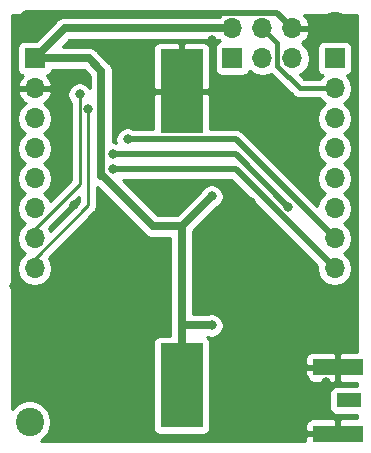
<source format=gbl>
%TF.GenerationSoftware,KiCad,Pcbnew,(5.1.10)-1*%
%TF.CreationDate,2021-12-27T13:21:27+01:00*%
%TF.ProjectId,LORA_ATTINY_v3,4c4f5241-5f41-4545-9449-4e595f76332e,rev?*%
%TF.SameCoordinates,Original*%
%TF.FileFunction,Copper,L2,Bot*%
%TF.FilePolarity,Positive*%
%FSLAX46Y46*%
G04 Gerber Fmt 4.6, Leading zero omitted, Abs format (unit mm)*
G04 Created by KiCad (PCBNEW (5.1.10)-1) date 2021-12-27 13:21:27*
%MOMM*%
%LPD*%
G01*
G04 APERTURE LIST*
%TA.AperFunction,SMDPad,CuDef*%
%ADD10R,4.200000X1.350000*%
%TD*%
%TA.AperFunction,ComponentPad*%
%ADD11R,2.100000X1.200000*%
%TD*%
%TA.AperFunction,SMDPad,CuDef*%
%ADD12R,3.600000X7.100000*%
%TD*%
%TA.AperFunction,ComponentPad*%
%ADD13R,1.700000X1.700000*%
%TD*%
%TA.AperFunction,ComponentPad*%
%ADD14O,1.700000X1.700000*%
%TD*%
%TA.AperFunction,ViaPad*%
%ADD15C,2.400000*%
%TD*%
%TA.AperFunction,ViaPad*%
%ADD16C,0.800000*%
%TD*%
%TA.AperFunction,Conductor*%
%ADD17C,0.500000*%
%TD*%
%TA.AperFunction,Conductor*%
%ADD18C,0.250000*%
%TD*%
%TA.AperFunction,Conductor*%
%ADD19C,0.700000*%
%TD*%
%TA.AperFunction,Conductor*%
%ADD20C,0.400000*%
%TD*%
%TA.AperFunction,Conductor*%
%ADD21C,0.254000*%
%TD*%
%TA.AperFunction,Conductor*%
%ADD22C,0.100000*%
%TD*%
G04 APERTURE END LIST*
D10*
%TO.P,ANT1,2*%
%TO.N,GND*%
X84074000Y-77501000D03*
X84074000Y-71851000D03*
D11*
%TO.P,ANT1,1*%
%TO.N,Net-(ANT1-Pad1)*%
X85064600Y-74676000D03*
%TD*%
D12*
%TO.P,BAT1,2*%
%TO.N,GND*%
X70866000Y-48514000D03*
%TO.P,BAT1,1*%
%TO.N,+3V3*%
X70866000Y-73406000D03*
%TD*%
D13*
%TO.P,J1,1*%
%TO.N,+3V3*%
X58420000Y-45720000D03*
D14*
%TO.P,J1,2*%
%TO.N,GND*%
X58420000Y-48260000D03*
%TO.P,J1,3*%
%TO.N,PB0*%
X58420000Y-50800000D03*
%TO.P,J1,4*%
%TO.N,PB1*%
X58420000Y-53340000D03*
%TO.P,J1,5*%
%TO.N,PC0*%
X58420000Y-55880000D03*
%TO.P,J1,6*%
%TO.N,PC1*%
X58420000Y-58420000D03*
%TO.P,J1,7*%
%TO.N,PC2*%
X58420000Y-60960000D03*
%TO.P,J1,8*%
%TO.N,PC3*%
X58420000Y-63500000D03*
%TD*%
%TO.P,J2,8*%
%TO.N,SCK*%
X83820000Y-63500000D03*
%TO.P,J2,7*%
%TO.N,MOSI*%
X83820000Y-60960000D03*
%TO.P,J2,6*%
%TO.N,MISO*%
X83820000Y-58420000D03*
%TO.P,J2,5*%
%TO.N,PA7*%
X83820000Y-55880000D03*
%TO.P,J2,4*%
%TO.N,PB5*%
X83820000Y-53340000D03*
%TO.P,J2,3*%
%TO.N,PB4*%
X83820000Y-50800000D03*
%TO.P,J2,2*%
%TO.N,PB3*%
X83820000Y-48260000D03*
D13*
%TO.P,J2,1*%
%TO.N,PB2*%
X83820000Y-45720000D03*
%TD*%
%TO.P,UPDI,1*%
%TO.N,RST*%
X75170000Y-45720000D03*
D14*
%TO.P,UPDI,2*%
%TO.N,+3V3*%
X75170000Y-43180000D03*
%TO.P,UPDI,3*%
%TO.N,Net-(PRG1-Pad3)*%
X77710000Y-45720000D03*
%TO.P,UPDI,4*%
%TO.N,PB3*%
X77710000Y-43180000D03*
%TO.P,UPDI,5*%
%TO.N,PB2*%
X80250000Y-45720000D03*
%TO.P,UPDI,6*%
%TO.N,GND*%
X80250000Y-43180000D03*
%TD*%
D15*
%TO.N,*%
X58000000Y-76500000D03*
%TO.N,GND*%
X83820000Y-42950000D03*
D16*
X80518000Y-73914000D03*
X81280000Y-72898000D03*
X80772000Y-77724000D03*
X79502000Y-77724000D03*
X78232000Y-77724000D03*
X76962000Y-77724000D03*
X76200000Y-76962000D03*
X76200000Y-75946000D03*
X76200000Y-74930000D03*
X83058000Y-73152000D03*
X82804000Y-77724000D03*
X85090000Y-70358000D03*
X76200000Y-73914000D03*
X62484000Y-60452000D03*
X56896000Y-42672000D03*
X68072000Y-48514000D03*
X56642000Y-65024000D03*
X66294000Y-68326000D03*
X65532000Y-45720000D03*
X74422000Y-64008000D03*
X65278000Y-71882000D03*
X76708000Y-57912000D03*
X81534000Y-49784000D03*
X80518000Y-51308000D03*
X61722000Y-58166000D03*
X73406000Y-44196000D03*
%TO.N,+3V3*%
X73406000Y-68326000D03*
X73406000Y-57404000D03*
%TO.N,PC2*%
X62230000Y-48768000D03*
%TO.N,PC3*%
X62955000Y-50038000D03*
%TO.N,SCK*%
X65024000Y-55118000D03*
%TO.N,MOSI*%
X66294000Y-52578000D03*
%TO.N,MISO*%
X79883000Y-58293000D03*
X65024000Y-53848000D03*
%TD*%
D17*
%TO.N,GND*%
X78949999Y-41879999D02*
X80250000Y-43180000D01*
X57688001Y-41879999D02*
X78949999Y-41879999D01*
X56896000Y-42672000D02*
X57688001Y-41879999D01*
D18*
%TO.N,+3V3*%
X69342000Y-71882000D02*
X70866000Y-73406000D01*
X70866000Y-73406000D02*
X71787001Y-72484999D01*
D19*
X73406000Y-68326000D02*
X70866000Y-68326000D01*
X70866000Y-68326000D02*
X70866000Y-62484000D01*
X70866000Y-73406000D02*
X70866000Y-68326000D01*
X60960000Y-43180000D02*
X58420000Y-45720000D01*
X74930000Y-43180000D02*
X60960000Y-43180000D01*
X64073999Y-46801999D02*
X62992000Y-45720000D01*
X64073999Y-55691999D02*
X64073999Y-46801999D01*
X70866000Y-59944000D02*
X73406000Y-57404000D01*
X70866000Y-62484000D02*
X70866000Y-59944000D01*
X64191997Y-55691999D02*
X64073999Y-55691999D01*
X68443998Y-59944000D02*
X64191997Y-55691999D01*
X70866000Y-59944000D02*
X68443998Y-59944000D01*
D18*
X59944000Y-45720000D02*
X60198000Y-45466000D01*
D19*
X62992000Y-45720000D02*
X59944000Y-45720000D01*
X59944000Y-45720000D02*
X58420000Y-45720000D01*
D18*
%TO.N,PC2*%
X58420000Y-60159002D02*
X58420000Y-60960000D01*
X62230000Y-56349002D02*
X58420000Y-60159002D01*
X62230000Y-48768000D02*
X62230000Y-56349002D01*
%TO.N,PC3*%
X58420000Y-62699002D02*
X58420000Y-63500000D01*
X62955000Y-58164002D02*
X58420000Y-62699002D01*
X62955000Y-50038000D02*
X62955000Y-58164002D01*
D17*
%TO.N,SCK*%
X75438000Y-55118000D02*
X83820000Y-63500000D01*
X65024000Y-55118000D02*
X75438000Y-55118000D01*
%TO.N,MOSI*%
X75438000Y-52578000D02*
X83820000Y-60960000D01*
X66294000Y-52578000D02*
X75438000Y-52578000D01*
%TO.N,MISO*%
X75438000Y-53848000D02*
X79883000Y-58293000D01*
X65024000Y-53848000D02*
X75438000Y-53848000D01*
D18*
%TO.N,PB3*%
X77470000Y-42951400D02*
X77851000Y-42570400D01*
D20*
X78960001Y-44430001D02*
X77710000Y-43180000D01*
X78960001Y-46320001D02*
X78960001Y-44430001D01*
X80900000Y-48260000D02*
X78960001Y-46320001D01*
X83820000Y-48260000D02*
X80900000Y-48260000D01*
%TD*%
D21*
%TO.N,GND*%
X74054893Y-42195000D02*
X61008377Y-42195000D01*
X60959999Y-42190235D01*
X60911621Y-42195000D01*
X60911620Y-42195000D01*
X60766906Y-42209253D01*
X60581233Y-42265576D01*
X60410116Y-42357040D01*
X60260130Y-42480130D01*
X60229284Y-42517716D01*
X58515072Y-44231928D01*
X57570000Y-44231928D01*
X57445518Y-44244188D01*
X57325820Y-44280498D01*
X57215506Y-44339463D01*
X57118815Y-44418815D01*
X57039463Y-44515506D01*
X56980498Y-44625820D01*
X56944188Y-44745518D01*
X56931928Y-44870000D01*
X56931928Y-46570000D01*
X56944188Y-46694482D01*
X56980498Y-46814180D01*
X57039463Y-46924494D01*
X57118815Y-47021185D01*
X57215506Y-47100537D01*
X57325820Y-47159502D01*
X57406466Y-47183966D01*
X57322412Y-47259731D01*
X57148359Y-47493080D01*
X57023175Y-47755901D01*
X56978524Y-47903110D01*
X57099845Y-48133000D01*
X58293000Y-48133000D01*
X58293000Y-48113000D01*
X58547000Y-48113000D01*
X58547000Y-48133000D01*
X59740155Y-48133000D01*
X59861476Y-47903110D01*
X59816825Y-47755901D01*
X59691641Y-47493080D01*
X59517588Y-47259731D01*
X59433534Y-47183966D01*
X59514180Y-47159502D01*
X59624494Y-47100537D01*
X59721185Y-47021185D01*
X59800537Y-46924494D01*
X59859502Y-46814180D01*
X59892621Y-46705000D01*
X62584000Y-46705000D01*
X63089000Y-47210001D01*
X63089000Y-48190634D01*
X63033937Y-48108226D01*
X62889774Y-47964063D01*
X62720256Y-47850795D01*
X62531898Y-47772774D01*
X62331939Y-47733000D01*
X62128061Y-47733000D01*
X61928102Y-47772774D01*
X61739744Y-47850795D01*
X61570226Y-47964063D01*
X61426063Y-48108226D01*
X61312795Y-48277744D01*
X61234774Y-48466102D01*
X61195000Y-48666061D01*
X61195000Y-48869939D01*
X61234774Y-49069898D01*
X61312795Y-49258256D01*
X61426063Y-49427774D01*
X61470000Y-49471711D01*
X61470001Y-56034199D01*
X59751110Y-57753091D01*
X59735990Y-57716589D01*
X59573475Y-57473368D01*
X59366632Y-57266525D01*
X59192240Y-57150000D01*
X59366632Y-57033475D01*
X59573475Y-56826632D01*
X59735990Y-56583411D01*
X59847932Y-56313158D01*
X59905000Y-56026260D01*
X59905000Y-55733740D01*
X59847932Y-55446842D01*
X59735990Y-55176589D01*
X59573475Y-54933368D01*
X59366632Y-54726525D01*
X59192240Y-54610000D01*
X59366632Y-54493475D01*
X59573475Y-54286632D01*
X59735990Y-54043411D01*
X59847932Y-53773158D01*
X59905000Y-53486260D01*
X59905000Y-53193740D01*
X59847932Y-52906842D01*
X59735990Y-52636589D01*
X59573475Y-52393368D01*
X59366632Y-52186525D01*
X59192240Y-52070000D01*
X59366632Y-51953475D01*
X59573475Y-51746632D01*
X59735990Y-51503411D01*
X59847932Y-51233158D01*
X59905000Y-50946260D01*
X59905000Y-50653740D01*
X59847932Y-50366842D01*
X59735990Y-50096589D01*
X59573475Y-49853368D01*
X59366632Y-49646525D01*
X59184466Y-49524805D01*
X59301355Y-49455178D01*
X59517588Y-49260269D01*
X59691641Y-49026920D01*
X59816825Y-48764099D01*
X59861476Y-48616890D01*
X59740155Y-48387000D01*
X58547000Y-48387000D01*
X58547000Y-48407000D01*
X58293000Y-48407000D01*
X58293000Y-48387000D01*
X57099845Y-48387000D01*
X56978524Y-48616890D01*
X57023175Y-48764099D01*
X57148359Y-49026920D01*
X57322412Y-49260269D01*
X57538645Y-49455178D01*
X57655534Y-49524805D01*
X57473368Y-49646525D01*
X57266525Y-49853368D01*
X57104010Y-50096589D01*
X56992068Y-50366842D01*
X56935000Y-50653740D01*
X56935000Y-50946260D01*
X56992068Y-51233158D01*
X57104010Y-51503411D01*
X57266525Y-51746632D01*
X57473368Y-51953475D01*
X57647760Y-52070000D01*
X57473368Y-52186525D01*
X57266525Y-52393368D01*
X57104010Y-52636589D01*
X56992068Y-52906842D01*
X56935000Y-53193740D01*
X56935000Y-53486260D01*
X56992068Y-53773158D01*
X57104010Y-54043411D01*
X57266525Y-54286632D01*
X57473368Y-54493475D01*
X57647760Y-54610000D01*
X57473368Y-54726525D01*
X57266525Y-54933368D01*
X57104010Y-55176589D01*
X56992068Y-55446842D01*
X56935000Y-55733740D01*
X56935000Y-56026260D01*
X56992068Y-56313158D01*
X57104010Y-56583411D01*
X57266525Y-56826632D01*
X57473368Y-57033475D01*
X57647760Y-57150000D01*
X57473368Y-57266525D01*
X57266525Y-57473368D01*
X57104010Y-57716589D01*
X56992068Y-57986842D01*
X56935000Y-58273740D01*
X56935000Y-58566260D01*
X56992068Y-58853158D01*
X57104010Y-59123411D01*
X57266525Y-59366632D01*
X57473368Y-59573475D01*
X57647760Y-59690000D01*
X57473368Y-59806525D01*
X57266525Y-60013368D01*
X57104010Y-60256589D01*
X56992068Y-60526842D01*
X56935000Y-60813740D01*
X56935000Y-61106260D01*
X56992068Y-61393158D01*
X57104010Y-61663411D01*
X57266525Y-61906632D01*
X57473368Y-62113475D01*
X57647760Y-62230000D01*
X57473368Y-62346525D01*
X57266525Y-62553368D01*
X57104010Y-62796589D01*
X56992068Y-63066842D01*
X56935000Y-63353740D01*
X56935000Y-63646260D01*
X56992068Y-63933158D01*
X57104010Y-64203411D01*
X57266525Y-64446632D01*
X57473368Y-64653475D01*
X57716589Y-64815990D01*
X57986842Y-64927932D01*
X58273740Y-64985000D01*
X58566260Y-64985000D01*
X58853158Y-64927932D01*
X59123411Y-64815990D01*
X59366632Y-64653475D01*
X59573475Y-64446632D01*
X59735990Y-64203411D01*
X59847932Y-63933158D01*
X59905000Y-63646260D01*
X59905000Y-63353740D01*
X59847932Y-63066842D01*
X59735990Y-62796589D01*
X59600295Y-62593508D01*
X63466003Y-58727801D01*
X63495001Y-58704003D01*
X63589974Y-58588278D01*
X63660546Y-58456249D01*
X63704003Y-58312988D01*
X63715000Y-58201335D01*
X63718677Y-58164002D01*
X63715000Y-58126669D01*
X63715000Y-56612420D01*
X63721341Y-56614343D01*
X67713282Y-60606284D01*
X67744128Y-60643870D01*
X67894114Y-60766960D01*
X68065231Y-60858424D01*
X68250904Y-60914747D01*
X68395618Y-60929000D01*
X68395619Y-60929000D01*
X68443997Y-60933765D01*
X68492375Y-60929000D01*
X69881001Y-60929000D01*
X69881000Y-62532379D01*
X69881001Y-62532389D01*
X69881000Y-68277620D01*
X69876235Y-68326000D01*
X69881001Y-68374390D01*
X69881001Y-69217928D01*
X69066000Y-69217928D01*
X68941518Y-69230188D01*
X68821820Y-69266498D01*
X68711506Y-69325463D01*
X68614815Y-69404815D01*
X68535463Y-69501506D01*
X68476498Y-69611820D01*
X68440188Y-69731518D01*
X68427928Y-69856000D01*
X68427928Y-76956000D01*
X68440188Y-77080482D01*
X68476498Y-77200180D01*
X68535463Y-77310494D01*
X68614815Y-77407185D01*
X68711506Y-77486537D01*
X68821820Y-77545502D01*
X68941518Y-77581812D01*
X69066000Y-77594072D01*
X72666000Y-77594072D01*
X72790482Y-77581812D01*
X72910180Y-77545502D01*
X73020494Y-77486537D01*
X73117185Y-77407185D01*
X73196537Y-77310494D01*
X73255502Y-77200180D01*
X73291812Y-77080482D01*
X73304072Y-76956000D01*
X73304072Y-76826000D01*
X81335928Y-76826000D01*
X81339000Y-77215250D01*
X81497750Y-77374000D01*
X83947000Y-77374000D01*
X83947000Y-76349750D01*
X83788250Y-76191000D01*
X81974000Y-76187928D01*
X81849518Y-76200188D01*
X81729820Y-76236498D01*
X81619506Y-76295463D01*
X81522815Y-76374815D01*
X81443463Y-76471506D01*
X81384498Y-76581820D01*
X81348188Y-76701518D01*
X81335928Y-76826000D01*
X73304072Y-76826000D01*
X73304072Y-72526000D01*
X81335928Y-72526000D01*
X81348188Y-72650482D01*
X81384498Y-72770180D01*
X81443463Y-72880494D01*
X81522815Y-72977185D01*
X81619506Y-73056537D01*
X81729820Y-73115502D01*
X81849518Y-73151812D01*
X81974000Y-73164072D01*
X83788250Y-73161000D01*
X83947000Y-73002250D01*
X83947000Y-71978000D01*
X81497750Y-71978000D01*
X81339000Y-72136750D01*
X81335928Y-72526000D01*
X73304072Y-72526000D01*
X73304072Y-71176000D01*
X81335928Y-71176000D01*
X81339000Y-71565250D01*
X81497750Y-71724000D01*
X83947000Y-71724000D01*
X83947000Y-70699750D01*
X83788250Y-70541000D01*
X81974000Y-70537928D01*
X81849518Y-70550188D01*
X81729820Y-70586498D01*
X81619506Y-70645463D01*
X81522815Y-70724815D01*
X81443463Y-70821506D01*
X81384498Y-70931820D01*
X81348188Y-71051518D01*
X81335928Y-71176000D01*
X73304072Y-71176000D01*
X73304072Y-69856000D01*
X73291812Y-69731518D01*
X73255502Y-69611820D01*
X73196537Y-69501506D01*
X73117185Y-69404815D01*
X73020494Y-69325463D01*
X72993436Y-69311000D01*
X73079414Y-69311000D01*
X73104102Y-69321226D01*
X73304061Y-69361000D01*
X73507939Y-69361000D01*
X73707898Y-69321226D01*
X73896256Y-69243205D01*
X74065774Y-69129937D01*
X74209937Y-68985774D01*
X74323205Y-68816256D01*
X74401226Y-68627898D01*
X74441000Y-68427939D01*
X74441000Y-68224061D01*
X74401226Y-68024102D01*
X74323205Y-67835744D01*
X74209937Y-67666226D01*
X74065774Y-67522063D01*
X73896256Y-67408795D01*
X73707898Y-67330774D01*
X73507939Y-67291000D01*
X73304061Y-67291000D01*
X73104102Y-67330774D01*
X73079414Y-67341000D01*
X71851000Y-67341000D01*
X71851000Y-60352000D01*
X73871569Y-58331431D01*
X73896256Y-58321205D01*
X74065774Y-58207937D01*
X74209937Y-58063774D01*
X74323205Y-57894256D01*
X74401226Y-57705898D01*
X74441000Y-57505939D01*
X74441000Y-57302061D01*
X74401226Y-57102102D01*
X74323205Y-56913744D01*
X74209937Y-56744226D01*
X74065774Y-56600063D01*
X73896256Y-56486795D01*
X73707898Y-56408774D01*
X73507939Y-56369000D01*
X73304061Y-56369000D01*
X73104102Y-56408774D01*
X72915744Y-56486795D01*
X72746226Y-56600063D01*
X72602063Y-56744226D01*
X72488795Y-56913744D01*
X72478569Y-56938431D01*
X70458000Y-58959000D01*
X68851998Y-58959000D01*
X65895998Y-56003000D01*
X75071422Y-56003000D01*
X82349461Y-63281040D01*
X82335000Y-63353740D01*
X82335000Y-63646260D01*
X82392068Y-63933158D01*
X82504010Y-64203411D01*
X82666525Y-64446632D01*
X82873368Y-64653475D01*
X83116589Y-64815990D01*
X83386842Y-64927932D01*
X83673740Y-64985000D01*
X83966260Y-64985000D01*
X84253158Y-64927932D01*
X84523411Y-64815990D01*
X84766632Y-64653475D01*
X84973475Y-64446632D01*
X85135990Y-64203411D01*
X85247932Y-63933158D01*
X85305000Y-63646260D01*
X85305000Y-63353740D01*
X85247932Y-63066842D01*
X85135990Y-62796589D01*
X84973475Y-62553368D01*
X84766632Y-62346525D01*
X84592240Y-62230000D01*
X84766632Y-62113475D01*
X84973475Y-61906632D01*
X85135990Y-61663411D01*
X85247932Y-61393158D01*
X85305000Y-61106260D01*
X85305000Y-60813740D01*
X85247932Y-60526842D01*
X85135990Y-60256589D01*
X84973475Y-60013368D01*
X84766632Y-59806525D01*
X84592240Y-59690000D01*
X84766632Y-59573475D01*
X84973475Y-59366632D01*
X85135990Y-59123411D01*
X85247932Y-58853158D01*
X85305000Y-58566260D01*
X85305000Y-58273740D01*
X85247932Y-57986842D01*
X85135990Y-57716589D01*
X84973475Y-57473368D01*
X84766632Y-57266525D01*
X84592240Y-57150000D01*
X84766632Y-57033475D01*
X84973475Y-56826632D01*
X85135990Y-56583411D01*
X85247932Y-56313158D01*
X85305000Y-56026260D01*
X85305000Y-55733740D01*
X85247932Y-55446842D01*
X85135990Y-55176589D01*
X84973475Y-54933368D01*
X84766632Y-54726525D01*
X84592240Y-54610000D01*
X84766632Y-54493475D01*
X84973475Y-54286632D01*
X85135990Y-54043411D01*
X85247932Y-53773158D01*
X85305000Y-53486260D01*
X85305000Y-53193740D01*
X85247932Y-52906842D01*
X85135990Y-52636589D01*
X84973475Y-52393368D01*
X84766632Y-52186525D01*
X84592240Y-52070000D01*
X84766632Y-51953475D01*
X84973475Y-51746632D01*
X85135990Y-51503411D01*
X85247932Y-51233158D01*
X85305000Y-50946260D01*
X85305000Y-50653740D01*
X85247932Y-50366842D01*
X85135990Y-50096589D01*
X84973475Y-49853368D01*
X84766632Y-49646525D01*
X84592240Y-49530000D01*
X84766632Y-49413475D01*
X84973475Y-49206632D01*
X85135990Y-48963411D01*
X85247932Y-48693158D01*
X85305000Y-48406260D01*
X85305000Y-48113740D01*
X85247932Y-47826842D01*
X85135990Y-47556589D01*
X84973475Y-47313368D01*
X84841620Y-47181513D01*
X84914180Y-47159502D01*
X85024494Y-47100537D01*
X85121185Y-47021185D01*
X85200537Y-46924494D01*
X85259502Y-46814180D01*
X85295812Y-46694482D01*
X85308072Y-46570000D01*
X85308072Y-44870000D01*
X85295812Y-44745518D01*
X85259502Y-44625820D01*
X85200537Y-44515506D01*
X85121185Y-44418815D01*
X85024494Y-44339463D01*
X84914180Y-44280498D01*
X84794482Y-44244188D01*
X84670000Y-44231928D01*
X82970000Y-44231928D01*
X82845518Y-44244188D01*
X82725820Y-44280498D01*
X82615506Y-44339463D01*
X82518815Y-44418815D01*
X82439463Y-44515506D01*
X82380498Y-44625820D01*
X82344188Y-44745518D01*
X82331928Y-44870000D01*
X82331928Y-46570000D01*
X82344188Y-46694482D01*
X82380498Y-46814180D01*
X82439463Y-46924494D01*
X82518815Y-47021185D01*
X82615506Y-47100537D01*
X82725820Y-47159502D01*
X82798380Y-47181513D01*
X82666525Y-47313368D01*
X82591935Y-47425000D01*
X81245869Y-47425000D01*
X80885138Y-47064270D01*
X80953411Y-47035990D01*
X81196632Y-46873475D01*
X81403475Y-46666632D01*
X81565990Y-46423411D01*
X81677932Y-46153158D01*
X81735000Y-45866260D01*
X81735000Y-45573740D01*
X81677932Y-45286842D01*
X81565990Y-45016589D01*
X81403475Y-44773368D01*
X81196632Y-44566525D01*
X81020594Y-44448900D01*
X81250269Y-44277588D01*
X81445178Y-44061355D01*
X81594157Y-43811252D01*
X81691481Y-43536891D01*
X81570814Y-43307000D01*
X80377000Y-43307000D01*
X80377000Y-43327000D01*
X80123000Y-43327000D01*
X80123000Y-43307000D01*
X80103000Y-43307000D01*
X80103000Y-43053000D01*
X80123000Y-43053000D01*
X80123000Y-43033000D01*
X80377000Y-43033000D01*
X80377000Y-43053000D01*
X81570814Y-43053000D01*
X81691481Y-42823109D01*
X81594157Y-42548748D01*
X81445178Y-42298645D01*
X81250269Y-42082412D01*
X81222903Y-42062000D01*
X85700001Y-42062000D01*
X85700000Y-43655581D01*
X85700000Y-43655582D01*
X85700001Y-70538731D01*
X84359750Y-70541000D01*
X84201000Y-70699750D01*
X84201000Y-71724000D01*
X84221000Y-71724000D01*
X84221000Y-71978000D01*
X84201000Y-71978000D01*
X84201000Y-73002250D01*
X84359750Y-73161000D01*
X85700001Y-73163269D01*
X85700001Y-73437928D01*
X84014600Y-73437928D01*
X83890118Y-73450188D01*
X83770420Y-73486498D01*
X83660106Y-73545463D01*
X83563415Y-73624815D01*
X83484063Y-73721506D01*
X83425098Y-73831820D01*
X83388788Y-73951518D01*
X83376528Y-74076000D01*
X83376528Y-75276000D01*
X83388788Y-75400482D01*
X83425098Y-75520180D01*
X83484063Y-75630494D01*
X83563415Y-75727185D01*
X83660106Y-75806537D01*
X83770420Y-75865502D01*
X83890118Y-75901812D01*
X84014600Y-75914072D01*
X85700001Y-75914072D01*
X85700001Y-76188731D01*
X84359750Y-76191000D01*
X84201000Y-76349750D01*
X84201000Y-77374000D01*
X84221000Y-77374000D01*
X84221000Y-77628000D01*
X84201000Y-77628000D01*
X84201000Y-77648000D01*
X83947000Y-77648000D01*
X83947000Y-77628000D01*
X81497750Y-77628000D01*
X81339000Y-77786750D01*
X81336686Y-78080000D01*
X58938276Y-78080000D01*
X59169744Y-77925338D01*
X59425338Y-77669744D01*
X59626156Y-77369199D01*
X59764482Y-77035250D01*
X59835000Y-76680732D01*
X59835000Y-76319268D01*
X59764482Y-75964750D01*
X59626156Y-75630801D01*
X59425338Y-75330256D01*
X59169744Y-75074662D01*
X58869199Y-74873844D01*
X58535250Y-74735518D01*
X58180732Y-74665000D01*
X57819268Y-74665000D01*
X57464750Y-74735518D01*
X57130801Y-74873844D01*
X56830256Y-75074662D01*
X56574662Y-75330256D01*
X56540000Y-75382131D01*
X56540000Y-42062000D01*
X74187893Y-42062000D01*
X74054893Y-42195000D01*
%TA.AperFunction,Conductor*%
D22*
G36*
X74054893Y-42195000D02*
G01*
X61008377Y-42195000D01*
X60959999Y-42190235D01*
X60911621Y-42195000D01*
X60911620Y-42195000D01*
X60766906Y-42209253D01*
X60581233Y-42265576D01*
X60410116Y-42357040D01*
X60260130Y-42480130D01*
X60229284Y-42517716D01*
X58515072Y-44231928D01*
X57570000Y-44231928D01*
X57445518Y-44244188D01*
X57325820Y-44280498D01*
X57215506Y-44339463D01*
X57118815Y-44418815D01*
X57039463Y-44515506D01*
X56980498Y-44625820D01*
X56944188Y-44745518D01*
X56931928Y-44870000D01*
X56931928Y-46570000D01*
X56944188Y-46694482D01*
X56980498Y-46814180D01*
X57039463Y-46924494D01*
X57118815Y-47021185D01*
X57215506Y-47100537D01*
X57325820Y-47159502D01*
X57406466Y-47183966D01*
X57322412Y-47259731D01*
X57148359Y-47493080D01*
X57023175Y-47755901D01*
X56978524Y-47903110D01*
X57099845Y-48133000D01*
X58293000Y-48133000D01*
X58293000Y-48113000D01*
X58547000Y-48113000D01*
X58547000Y-48133000D01*
X59740155Y-48133000D01*
X59861476Y-47903110D01*
X59816825Y-47755901D01*
X59691641Y-47493080D01*
X59517588Y-47259731D01*
X59433534Y-47183966D01*
X59514180Y-47159502D01*
X59624494Y-47100537D01*
X59721185Y-47021185D01*
X59800537Y-46924494D01*
X59859502Y-46814180D01*
X59892621Y-46705000D01*
X62584000Y-46705000D01*
X63089000Y-47210001D01*
X63089000Y-48190634D01*
X63033937Y-48108226D01*
X62889774Y-47964063D01*
X62720256Y-47850795D01*
X62531898Y-47772774D01*
X62331939Y-47733000D01*
X62128061Y-47733000D01*
X61928102Y-47772774D01*
X61739744Y-47850795D01*
X61570226Y-47964063D01*
X61426063Y-48108226D01*
X61312795Y-48277744D01*
X61234774Y-48466102D01*
X61195000Y-48666061D01*
X61195000Y-48869939D01*
X61234774Y-49069898D01*
X61312795Y-49258256D01*
X61426063Y-49427774D01*
X61470000Y-49471711D01*
X61470001Y-56034199D01*
X59751110Y-57753091D01*
X59735990Y-57716589D01*
X59573475Y-57473368D01*
X59366632Y-57266525D01*
X59192240Y-57150000D01*
X59366632Y-57033475D01*
X59573475Y-56826632D01*
X59735990Y-56583411D01*
X59847932Y-56313158D01*
X59905000Y-56026260D01*
X59905000Y-55733740D01*
X59847932Y-55446842D01*
X59735990Y-55176589D01*
X59573475Y-54933368D01*
X59366632Y-54726525D01*
X59192240Y-54610000D01*
X59366632Y-54493475D01*
X59573475Y-54286632D01*
X59735990Y-54043411D01*
X59847932Y-53773158D01*
X59905000Y-53486260D01*
X59905000Y-53193740D01*
X59847932Y-52906842D01*
X59735990Y-52636589D01*
X59573475Y-52393368D01*
X59366632Y-52186525D01*
X59192240Y-52070000D01*
X59366632Y-51953475D01*
X59573475Y-51746632D01*
X59735990Y-51503411D01*
X59847932Y-51233158D01*
X59905000Y-50946260D01*
X59905000Y-50653740D01*
X59847932Y-50366842D01*
X59735990Y-50096589D01*
X59573475Y-49853368D01*
X59366632Y-49646525D01*
X59184466Y-49524805D01*
X59301355Y-49455178D01*
X59517588Y-49260269D01*
X59691641Y-49026920D01*
X59816825Y-48764099D01*
X59861476Y-48616890D01*
X59740155Y-48387000D01*
X58547000Y-48387000D01*
X58547000Y-48407000D01*
X58293000Y-48407000D01*
X58293000Y-48387000D01*
X57099845Y-48387000D01*
X56978524Y-48616890D01*
X57023175Y-48764099D01*
X57148359Y-49026920D01*
X57322412Y-49260269D01*
X57538645Y-49455178D01*
X57655534Y-49524805D01*
X57473368Y-49646525D01*
X57266525Y-49853368D01*
X57104010Y-50096589D01*
X56992068Y-50366842D01*
X56935000Y-50653740D01*
X56935000Y-50946260D01*
X56992068Y-51233158D01*
X57104010Y-51503411D01*
X57266525Y-51746632D01*
X57473368Y-51953475D01*
X57647760Y-52070000D01*
X57473368Y-52186525D01*
X57266525Y-52393368D01*
X57104010Y-52636589D01*
X56992068Y-52906842D01*
X56935000Y-53193740D01*
X56935000Y-53486260D01*
X56992068Y-53773158D01*
X57104010Y-54043411D01*
X57266525Y-54286632D01*
X57473368Y-54493475D01*
X57647760Y-54610000D01*
X57473368Y-54726525D01*
X57266525Y-54933368D01*
X57104010Y-55176589D01*
X56992068Y-55446842D01*
X56935000Y-55733740D01*
X56935000Y-56026260D01*
X56992068Y-56313158D01*
X57104010Y-56583411D01*
X57266525Y-56826632D01*
X57473368Y-57033475D01*
X57647760Y-57150000D01*
X57473368Y-57266525D01*
X57266525Y-57473368D01*
X57104010Y-57716589D01*
X56992068Y-57986842D01*
X56935000Y-58273740D01*
X56935000Y-58566260D01*
X56992068Y-58853158D01*
X57104010Y-59123411D01*
X57266525Y-59366632D01*
X57473368Y-59573475D01*
X57647760Y-59690000D01*
X57473368Y-59806525D01*
X57266525Y-60013368D01*
X57104010Y-60256589D01*
X56992068Y-60526842D01*
X56935000Y-60813740D01*
X56935000Y-61106260D01*
X56992068Y-61393158D01*
X57104010Y-61663411D01*
X57266525Y-61906632D01*
X57473368Y-62113475D01*
X57647760Y-62230000D01*
X57473368Y-62346525D01*
X57266525Y-62553368D01*
X57104010Y-62796589D01*
X56992068Y-63066842D01*
X56935000Y-63353740D01*
X56935000Y-63646260D01*
X56992068Y-63933158D01*
X57104010Y-64203411D01*
X57266525Y-64446632D01*
X57473368Y-64653475D01*
X57716589Y-64815990D01*
X57986842Y-64927932D01*
X58273740Y-64985000D01*
X58566260Y-64985000D01*
X58853158Y-64927932D01*
X59123411Y-64815990D01*
X59366632Y-64653475D01*
X59573475Y-64446632D01*
X59735990Y-64203411D01*
X59847932Y-63933158D01*
X59905000Y-63646260D01*
X59905000Y-63353740D01*
X59847932Y-63066842D01*
X59735990Y-62796589D01*
X59600295Y-62593508D01*
X63466003Y-58727801D01*
X63495001Y-58704003D01*
X63589974Y-58588278D01*
X63660546Y-58456249D01*
X63704003Y-58312988D01*
X63715000Y-58201335D01*
X63718677Y-58164002D01*
X63715000Y-58126669D01*
X63715000Y-56612420D01*
X63721341Y-56614343D01*
X67713282Y-60606284D01*
X67744128Y-60643870D01*
X67894114Y-60766960D01*
X68065231Y-60858424D01*
X68250904Y-60914747D01*
X68395618Y-60929000D01*
X68395619Y-60929000D01*
X68443997Y-60933765D01*
X68492375Y-60929000D01*
X69881001Y-60929000D01*
X69881000Y-62532379D01*
X69881001Y-62532389D01*
X69881000Y-68277620D01*
X69876235Y-68326000D01*
X69881001Y-68374390D01*
X69881001Y-69217928D01*
X69066000Y-69217928D01*
X68941518Y-69230188D01*
X68821820Y-69266498D01*
X68711506Y-69325463D01*
X68614815Y-69404815D01*
X68535463Y-69501506D01*
X68476498Y-69611820D01*
X68440188Y-69731518D01*
X68427928Y-69856000D01*
X68427928Y-76956000D01*
X68440188Y-77080482D01*
X68476498Y-77200180D01*
X68535463Y-77310494D01*
X68614815Y-77407185D01*
X68711506Y-77486537D01*
X68821820Y-77545502D01*
X68941518Y-77581812D01*
X69066000Y-77594072D01*
X72666000Y-77594072D01*
X72790482Y-77581812D01*
X72910180Y-77545502D01*
X73020494Y-77486537D01*
X73117185Y-77407185D01*
X73196537Y-77310494D01*
X73255502Y-77200180D01*
X73291812Y-77080482D01*
X73304072Y-76956000D01*
X73304072Y-76826000D01*
X81335928Y-76826000D01*
X81339000Y-77215250D01*
X81497750Y-77374000D01*
X83947000Y-77374000D01*
X83947000Y-76349750D01*
X83788250Y-76191000D01*
X81974000Y-76187928D01*
X81849518Y-76200188D01*
X81729820Y-76236498D01*
X81619506Y-76295463D01*
X81522815Y-76374815D01*
X81443463Y-76471506D01*
X81384498Y-76581820D01*
X81348188Y-76701518D01*
X81335928Y-76826000D01*
X73304072Y-76826000D01*
X73304072Y-72526000D01*
X81335928Y-72526000D01*
X81348188Y-72650482D01*
X81384498Y-72770180D01*
X81443463Y-72880494D01*
X81522815Y-72977185D01*
X81619506Y-73056537D01*
X81729820Y-73115502D01*
X81849518Y-73151812D01*
X81974000Y-73164072D01*
X83788250Y-73161000D01*
X83947000Y-73002250D01*
X83947000Y-71978000D01*
X81497750Y-71978000D01*
X81339000Y-72136750D01*
X81335928Y-72526000D01*
X73304072Y-72526000D01*
X73304072Y-71176000D01*
X81335928Y-71176000D01*
X81339000Y-71565250D01*
X81497750Y-71724000D01*
X83947000Y-71724000D01*
X83947000Y-70699750D01*
X83788250Y-70541000D01*
X81974000Y-70537928D01*
X81849518Y-70550188D01*
X81729820Y-70586498D01*
X81619506Y-70645463D01*
X81522815Y-70724815D01*
X81443463Y-70821506D01*
X81384498Y-70931820D01*
X81348188Y-71051518D01*
X81335928Y-71176000D01*
X73304072Y-71176000D01*
X73304072Y-69856000D01*
X73291812Y-69731518D01*
X73255502Y-69611820D01*
X73196537Y-69501506D01*
X73117185Y-69404815D01*
X73020494Y-69325463D01*
X72993436Y-69311000D01*
X73079414Y-69311000D01*
X73104102Y-69321226D01*
X73304061Y-69361000D01*
X73507939Y-69361000D01*
X73707898Y-69321226D01*
X73896256Y-69243205D01*
X74065774Y-69129937D01*
X74209937Y-68985774D01*
X74323205Y-68816256D01*
X74401226Y-68627898D01*
X74441000Y-68427939D01*
X74441000Y-68224061D01*
X74401226Y-68024102D01*
X74323205Y-67835744D01*
X74209937Y-67666226D01*
X74065774Y-67522063D01*
X73896256Y-67408795D01*
X73707898Y-67330774D01*
X73507939Y-67291000D01*
X73304061Y-67291000D01*
X73104102Y-67330774D01*
X73079414Y-67341000D01*
X71851000Y-67341000D01*
X71851000Y-60352000D01*
X73871569Y-58331431D01*
X73896256Y-58321205D01*
X74065774Y-58207937D01*
X74209937Y-58063774D01*
X74323205Y-57894256D01*
X74401226Y-57705898D01*
X74441000Y-57505939D01*
X74441000Y-57302061D01*
X74401226Y-57102102D01*
X74323205Y-56913744D01*
X74209937Y-56744226D01*
X74065774Y-56600063D01*
X73896256Y-56486795D01*
X73707898Y-56408774D01*
X73507939Y-56369000D01*
X73304061Y-56369000D01*
X73104102Y-56408774D01*
X72915744Y-56486795D01*
X72746226Y-56600063D01*
X72602063Y-56744226D01*
X72488795Y-56913744D01*
X72478569Y-56938431D01*
X70458000Y-58959000D01*
X68851998Y-58959000D01*
X65895998Y-56003000D01*
X75071422Y-56003000D01*
X82349461Y-63281040D01*
X82335000Y-63353740D01*
X82335000Y-63646260D01*
X82392068Y-63933158D01*
X82504010Y-64203411D01*
X82666525Y-64446632D01*
X82873368Y-64653475D01*
X83116589Y-64815990D01*
X83386842Y-64927932D01*
X83673740Y-64985000D01*
X83966260Y-64985000D01*
X84253158Y-64927932D01*
X84523411Y-64815990D01*
X84766632Y-64653475D01*
X84973475Y-64446632D01*
X85135990Y-64203411D01*
X85247932Y-63933158D01*
X85305000Y-63646260D01*
X85305000Y-63353740D01*
X85247932Y-63066842D01*
X85135990Y-62796589D01*
X84973475Y-62553368D01*
X84766632Y-62346525D01*
X84592240Y-62230000D01*
X84766632Y-62113475D01*
X84973475Y-61906632D01*
X85135990Y-61663411D01*
X85247932Y-61393158D01*
X85305000Y-61106260D01*
X85305000Y-60813740D01*
X85247932Y-60526842D01*
X85135990Y-60256589D01*
X84973475Y-60013368D01*
X84766632Y-59806525D01*
X84592240Y-59690000D01*
X84766632Y-59573475D01*
X84973475Y-59366632D01*
X85135990Y-59123411D01*
X85247932Y-58853158D01*
X85305000Y-58566260D01*
X85305000Y-58273740D01*
X85247932Y-57986842D01*
X85135990Y-57716589D01*
X84973475Y-57473368D01*
X84766632Y-57266525D01*
X84592240Y-57150000D01*
X84766632Y-57033475D01*
X84973475Y-56826632D01*
X85135990Y-56583411D01*
X85247932Y-56313158D01*
X85305000Y-56026260D01*
X85305000Y-55733740D01*
X85247932Y-55446842D01*
X85135990Y-55176589D01*
X84973475Y-54933368D01*
X84766632Y-54726525D01*
X84592240Y-54610000D01*
X84766632Y-54493475D01*
X84973475Y-54286632D01*
X85135990Y-54043411D01*
X85247932Y-53773158D01*
X85305000Y-53486260D01*
X85305000Y-53193740D01*
X85247932Y-52906842D01*
X85135990Y-52636589D01*
X84973475Y-52393368D01*
X84766632Y-52186525D01*
X84592240Y-52070000D01*
X84766632Y-51953475D01*
X84973475Y-51746632D01*
X85135990Y-51503411D01*
X85247932Y-51233158D01*
X85305000Y-50946260D01*
X85305000Y-50653740D01*
X85247932Y-50366842D01*
X85135990Y-50096589D01*
X84973475Y-49853368D01*
X84766632Y-49646525D01*
X84592240Y-49530000D01*
X84766632Y-49413475D01*
X84973475Y-49206632D01*
X85135990Y-48963411D01*
X85247932Y-48693158D01*
X85305000Y-48406260D01*
X85305000Y-48113740D01*
X85247932Y-47826842D01*
X85135990Y-47556589D01*
X84973475Y-47313368D01*
X84841620Y-47181513D01*
X84914180Y-47159502D01*
X85024494Y-47100537D01*
X85121185Y-47021185D01*
X85200537Y-46924494D01*
X85259502Y-46814180D01*
X85295812Y-46694482D01*
X85308072Y-46570000D01*
X85308072Y-44870000D01*
X85295812Y-44745518D01*
X85259502Y-44625820D01*
X85200537Y-44515506D01*
X85121185Y-44418815D01*
X85024494Y-44339463D01*
X84914180Y-44280498D01*
X84794482Y-44244188D01*
X84670000Y-44231928D01*
X82970000Y-44231928D01*
X82845518Y-44244188D01*
X82725820Y-44280498D01*
X82615506Y-44339463D01*
X82518815Y-44418815D01*
X82439463Y-44515506D01*
X82380498Y-44625820D01*
X82344188Y-44745518D01*
X82331928Y-44870000D01*
X82331928Y-46570000D01*
X82344188Y-46694482D01*
X82380498Y-46814180D01*
X82439463Y-46924494D01*
X82518815Y-47021185D01*
X82615506Y-47100537D01*
X82725820Y-47159502D01*
X82798380Y-47181513D01*
X82666525Y-47313368D01*
X82591935Y-47425000D01*
X81245869Y-47425000D01*
X80885138Y-47064270D01*
X80953411Y-47035990D01*
X81196632Y-46873475D01*
X81403475Y-46666632D01*
X81565990Y-46423411D01*
X81677932Y-46153158D01*
X81735000Y-45866260D01*
X81735000Y-45573740D01*
X81677932Y-45286842D01*
X81565990Y-45016589D01*
X81403475Y-44773368D01*
X81196632Y-44566525D01*
X81020594Y-44448900D01*
X81250269Y-44277588D01*
X81445178Y-44061355D01*
X81594157Y-43811252D01*
X81691481Y-43536891D01*
X81570814Y-43307000D01*
X80377000Y-43307000D01*
X80377000Y-43327000D01*
X80123000Y-43327000D01*
X80123000Y-43307000D01*
X80103000Y-43307000D01*
X80103000Y-43053000D01*
X80123000Y-43053000D01*
X80123000Y-43033000D01*
X80377000Y-43033000D01*
X80377000Y-43053000D01*
X81570814Y-43053000D01*
X81691481Y-42823109D01*
X81594157Y-42548748D01*
X81445178Y-42298645D01*
X81250269Y-42082412D01*
X81222903Y-42062000D01*
X85700001Y-42062000D01*
X85700000Y-43655581D01*
X85700000Y-43655582D01*
X85700001Y-70538731D01*
X84359750Y-70541000D01*
X84201000Y-70699750D01*
X84201000Y-71724000D01*
X84221000Y-71724000D01*
X84221000Y-71978000D01*
X84201000Y-71978000D01*
X84201000Y-73002250D01*
X84359750Y-73161000D01*
X85700001Y-73163269D01*
X85700001Y-73437928D01*
X84014600Y-73437928D01*
X83890118Y-73450188D01*
X83770420Y-73486498D01*
X83660106Y-73545463D01*
X83563415Y-73624815D01*
X83484063Y-73721506D01*
X83425098Y-73831820D01*
X83388788Y-73951518D01*
X83376528Y-74076000D01*
X83376528Y-75276000D01*
X83388788Y-75400482D01*
X83425098Y-75520180D01*
X83484063Y-75630494D01*
X83563415Y-75727185D01*
X83660106Y-75806537D01*
X83770420Y-75865502D01*
X83890118Y-75901812D01*
X84014600Y-75914072D01*
X85700001Y-75914072D01*
X85700001Y-76188731D01*
X84359750Y-76191000D01*
X84201000Y-76349750D01*
X84201000Y-77374000D01*
X84221000Y-77374000D01*
X84221000Y-77628000D01*
X84201000Y-77628000D01*
X84201000Y-77648000D01*
X83947000Y-77648000D01*
X83947000Y-77628000D01*
X81497750Y-77628000D01*
X81339000Y-77786750D01*
X81336686Y-78080000D01*
X58938276Y-78080000D01*
X59169744Y-77925338D01*
X59425338Y-77669744D01*
X59626156Y-77369199D01*
X59764482Y-77035250D01*
X59835000Y-76680732D01*
X59835000Y-76319268D01*
X59764482Y-75964750D01*
X59626156Y-75630801D01*
X59425338Y-75330256D01*
X59169744Y-75074662D01*
X58869199Y-74873844D01*
X58535250Y-74735518D01*
X58180732Y-74665000D01*
X57819268Y-74665000D01*
X57464750Y-74735518D01*
X57130801Y-74873844D01*
X56830256Y-75074662D01*
X56574662Y-75330256D01*
X56540000Y-75382131D01*
X56540000Y-42062000D01*
X74187893Y-42062000D01*
X74054893Y-42195000D01*
G37*
%TD.AperFunction*%
D21*
X62195001Y-57849199D02*
X59751110Y-60293091D01*
X59735990Y-60256589D01*
X59600295Y-60053508D01*
X62195001Y-57458803D01*
X62195001Y-57849199D01*
%TA.AperFunction,Conductor*%
D22*
G36*
X62195001Y-57849199D02*
G01*
X59751110Y-60293091D01*
X59735990Y-60256589D01*
X59600295Y-60053508D01*
X62195001Y-57458803D01*
X62195001Y-57849199D01*
G37*
%TD.AperFunction*%
D21*
X74148380Y-44258487D02*
X74075820Y-44280498D01*
X73965506Y-44339463D01*
X73868815Y-44418815D01*
X73789463Y-44515506D01*
X73730498Y-44625820D01*
X73694188Y-44745518D01*
X73681928Y-44870000D01*
X73681928Y-46570000D01*
X73694188Y-46694482D01*
X73730498Y-46814180D01*
X73789463Y-46924494D01*
X73868815Y-47021185D01*
X73965506Y-47100537D01*
X74075820Y-47159502D01*
X74195518Y-47195812D01*
X74320000Y-47208072D01*
X76020000Y-47208072D01*
X76144482Y-47195812D01*
X76264180Y-47159502D01*
X76374494Y-47100537D01*
X76471185Y-47021185D01*
X76550537Y-46924494D01*
X76609502Y-46814180D01*
X76631513Y-46741620D01*
X76763368Y-46873475D01*
X77006589Y-47035990D01*
X77276842Y-47147932D01*
X77563740Y-47205000D01*
X77856260Y-47205000D01*
X78143158Y-47147932D01*
X78413411Y-47035990D01*
X78462394Y-47003261D01*
X80280563Y-48821432D01*
X80306709Y-48853291D01*
X80338568Y-48879437D01*
X80338570Y-48879439D01*
X80433854Y-48957636D01*
X80578913Y-49035172D01*
X80736311Y-49082918D01*
X80900000Y-49099040D01*
X80941018Y-49095000D01*
X82591935Y-49095000D01*
X82666525Y-49206632D01*
X82873368Y-49413475D01*
X83047760Y-49530000D01*
X82873368Y-49646525D01*
X82666525Y-49853368D01*
X82504010Y-50096589D01*
X82392068Y-50366842D01*
X82335000Y-50653740D01*
X82335000Y-50946260D01*
X82392068Y-51233158D01*
X82504010Y-51503411D01*
X82666525Y-51746632D01*
X82873368Y-51953475D01*
X83047760Y-52070000D01*
X82873368Y-52186525D01*
X82666525Y-52393368D01*
X82504010Y-52636589D01*
X82392068Y-52906842D01*
X82335000Y-53193740D01*
X82335000Y-53486260D01*
X82392068Y-53773158D01*
X82504010Y-54043411D01*
X82666525Y-54286632D01*
X82873368Y-54493475D01*
X83047760Y-54610000D01*
X82873368Y-54726525D01*
X82666525Y-54933368D01*
X82504010Y-55176589D01*
X82392068Y-55446842D01*
X82335000Y-55733740D01*
X82335000Y-56026260D01*
X82392068Y-56313158D01*
X82504010Y-56583411D01*
X82666525Y-56826632D01*
X82873368Y-57033475D01*
X83047760Y-57150000D01*
X82873368Y-57266525D01*
X82666525Y-57473368D01*
X82504010Y-57716589D01*
X82392068Y-57986842D01*
X82343348Y-58231770D01*
X76094534Y-51982956D01*
X76066817Y-51949183D01*
X75932059Y-51838589D01*
X75778313Y-51756411D01*
X75611490Y-51705805D01*
X75481477Y-51693000D01*
X75481469Y-51693000D01*
X75438000Y-51688719D01*
X75394531Y-51693000D01*
X73303723Y-51693000D01*
X73301000Y-48799750D01*
X73142250Y-48641000D01*
X70993000Y-48641000D01*
X70993000Y-48661000D01*
X70739000Y-48661000D01*
X70739000Y-48641000D01*
X68589750Y-48641000D01*
X68431000Y-48799750D01*
X68428277Y-51693000D01*
X66832454Y-51693000D01*
X66784256Y-51660795D01*
X66595898Y-51582774D01*
X66395939Y-51543000D01*
X66192061Y-51543000D01*
X65992102Y-51582774D01*
X65803744Y-51660795D01*
X65634226Y-51774063D01*
X65490063Y-51918226D01*
X65376795Y-52087744D01*
X65298774Y-52276102D01*
X65259000Y-52476061D01*
X65259000Y-52679939D01*
X65292039Y-52846039D01*
X65125939Y-52813000D01*
X65058999Y-52813000D01*
X65058999Y-46850379D01*
X65063764Y-46801999D01*
X65044746Y-46608905D01*
X64988423Y-46423232D01*
X64896959Y-46252115D01*
X64773869Y-46102129D01*
X64736289Y-46071288D01*
X63722715Y-45057715D01*
X63691870Y-45020130D01*
X63623476Y-44964000D01*
X68427928Y-44964000D01*
X68431000Y-48228250D01*
X68589750Y-48387000D01*
X70739000Y-48387000D01*
X70739000Y-44487750D01*
X70993000Y-44487750D01*
X70993000Y-48387000D01*
X73142250Y-48387000D01*
X73301000Y-48228250D01*
X73304072Y-44964000D01*
X73291812Y-44839518D01*
X73255502Y-44719820D01*
X73196537Y-44609506D01*
X73117185Y-44512815D01*
X73020494Y-44433463D01*
X72910180Y-44374498D01*
X72790482Y-44338188D01*
X72666000Y-44325928D01*
X71151750Y-44329000D01*
X70993000Y-44487750D01*
X70739000Y-44487750D01*
X70580250Y-44329000D01*
X69066000Y-44325928D01*
X68941518Y-44338188D01*
X68821820Y-44374498D01*
X68711506Y-44433463D01*
X68614815Y-44512815D01*
X68535463Y-44609506D01*
X68476498Y-44719820D01*
X68440188Y-44839518D01*
X68427928Y-44964000D01*
X63623476Y-44964000D01*
X63541884Y-44897040D01*
X63370767Y-44805576D01*
X63185094Y-44749253D01*
X63040380Y-44735000D01*
X62992000Y-44730235D01*
X62943620Y-44735000D01*
X60798000Y-44735000D01*
X61368000Y-44165000D01*
X74054893Y-44165000D01*
X74148380Y-44258487D01*
%TA.AperFunction,Conductor*%
D22*
G36*
X74148380Y-44258487D02*
G01*
X74075820Y-44280498D01*
X73965506Y-44339463D01*
X73868815Y-44418815D01*
X73789463Y-44515506D01*
X73730498Y-44625820D01*
X73694188Y-44745518D01*
X73681928Y-44870000D01*
X73681928Y-46570000D01*
X73694188Y-46694482D01*
X73730498Y-46814180D01*
X73789463Y-46924494D01*
X73868815Y-47021185D01*
X73965506Y-47100537D01*
X74075820Y-47159502D01*
X74195518Y-47195812D01*
X74320000Y-47208072D01*
X76020000Y-47208072D01*
X76144482Y-47195812D01*
X76264180Y-47159502D01*
X76374494Y-47100537D01*
X76471185Y-47021185D01*
X76550537Y-46924494D01*
X76609502Y-46814180D01*
X76631513Y-46741620D01*
X76763368Y-46873475D01*
X77006589Y-47035990D01*
X77276842Y-47147932D01*
X77563740Y-47205000D01*
X77856260Y-47205000D01*
X78143158Y-47147932D01*
X78413411Y-47035990D01*
X78462394Y-47003261D01*
X80280563Y-48821432D01*
X80306709Y-48853291D01*
X80338568Y-48879437D01*
X80338570Y-48879439D01*
X80433854Y-48957636D01*
X80578913Y-49035172D01*
X80736311Y-49082918D01*
X80900000Y-49099040D01*
X80941018Y-49095000D01*
X82591935Y-49095000D01*
X82666525Y-49206632D01*
X82873368Y-49413475D01*
X83047760Y-49530000D01*
X82873368Y-49646525D01*
X82666525Y-49853368D01*
X82504010Y-50096589D01*
X82392068Y-50366842D01*
X82335000Y-50653740D01*
X82335000Y-50946260D01*
X82392068Y-51233158D01*
X82504010Y-51503411D01*
X82666525Y-51746632D01*
X82873368Y-51953475D01*
X83047760Y-52070000D01*
X82873368Y-52186525D01*
X82666525Y-52393368D01*
X82504010Y-52636589D01*
X82392068Y-52906842D01*
X82335000Y-53193740D01*
X82335000Y-53486260D01*
X82392068Y-53773158D01*
X82504010Y-54043411D01*
X82666525Y-54286632D01*
X82873368Y-54493475D01*
X83047760Y-54610000D01*
X82873368Y-54726525D01*
X82666525Y-54933368D01*
X82504010Y-55176589D01*
X82392068Y-55446842D01*
X82335000Y-55733740D01*
X82335000Y-56026260D01*
X82392068Y-56313158D01*
X82504010Y-56583411D01*
X82666525Y-56826632D01*
X82873368Y-57033475D01*
X83047760Y-57150000D01*
X82873368Y-57266525D01*
X82666525Y-57473368D01*
X82504010Y-57716589D01*
X82392068Y-57986842D01*
X82343348Y-58231770D01*
X76094534Y-51982956D01*
X76066817Y-51949183D01*
X75932059Y-51838589D01*
X75778313Y-51756411D01*
X75611490Y-51705805D01*
X75481477Y-51693000D01*
X75481469Y-51693000D01*
X75438000Y-51688719D01*
X75394531Y-51693000D01*
X73303723Y-51693000D01*
X73301000Y-48799750D01*
X73142250Y-48641000D01*
X70993000Y-48641000D01*
X70993000Y-48661000D01*
X70739000Y-48661000D01*
X70739000Y-48641000D01*
X68589750Y-48641000D01*
X68431000Y-48799750D01*
X68428277Y-51693000D01*
X66832454Y-51693000D01*
X66784256Y-51660795D01*
X66595898Y-51582774D01*
X66395939Y-51543000D01*
X66192061Y-51543000D01*
X65992102Y-51582774D01*
X65803744Y-51660795D01*
X65634226Y-51774063D01*
X65490063Y-51918226D01*
X65376795Y-52087744D01*
X65298774Y-52276102D01*
X65259000Y-52476061D01*
X65259000Y-52679939D01*
X65292039Y-52846039D01*
X65125939Y-52813000D01*
X65058999Y-52813000D01*
X65058999Y-46850379D01*
X65063764Y-46801999D01*
X65044746Y-46608905D01*
X64988423Y-46423232D01*
X64896959Y-46252115D01*
X64773869Y-46102129D01*
X64736289Y-46071288D01*
X63722715Y-45057715D01*
X63691870Y-45020130D01*
X63623476Y-44964000D01*
X68427928Y-44964000D01*
X68431000Y-48228250D01*
X68589750Y-48387000D01*
X70739000Y-48387000D01*
X70739000Y-44487750D01*
X70993000Y-44487750D01*
X70993000Y-48387000D01*
X73142250Y-48387000D01*
X73301000Y-48228250D01*
X73304072Y-44964000D01*
X73291812Y-44839518D01*
X73255502Y-44719820D01*
X73196537Y-44609506D01*
X73117185Y-44512815D01*
X73020494Y-44433463D01*
X72910180Y-44374498D01*
X72790482Y-44338188D01*
X72666000Y-44325928D01*
X71151750Y-44329000D01*
X70993000Y-44487750D01*
X70739000Y-44487750D01*
X70580250Y-44329000D01*
X69066000Y-44325928D01*
X68941518Y-44338188D01*
X68821820Y-44374498D01*
X68711506Y-44433463D01*
X68614815Y-44512815D01*
X68535463Y-44609506D01*
X68476498Y-44719820D01*
X68440188Y-44839518D01*
X68427928Y-44964000D01*
X63623476Y-44964000D01*
X63541884Y-44897040D01*
X63370767Y-44805576D01*
X63185094Y-44749253D01*
X63040380Y-44735000D01*
X62992000Y-44730235D01*
X62943620Y-44735000D01*
X60798000Y-44735000D01*
X61368000Y-44165000D01*
X74054893Y-44165000D01*
X74148380Y-44258487D01*
G37*
%TD.AperFunction*%
%TD*%
M02*

</source>
